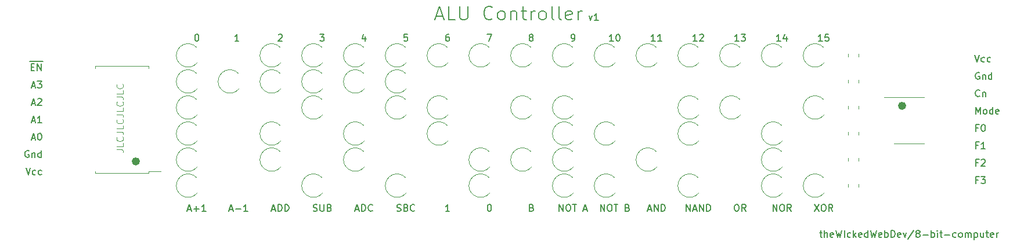
<source format=gbr>
%TF.GenerationSoftware,KiCad,Pcbnew,(5.1.10-1-10_14)*%
%TF.CreationDate,2021-12-11T09:21:19-05:00*%
%TF.ProjectId,control-unit,636f6e74-726f-46c2-9d75-6e69742e6b69,rev?*%
%TF.SameCoordinates,Original*%
%TF.FileFunction,Legend,Top*%
%TF.FilePolarity,Positive*%
%FSLAX46Y46*%
G04 Gerber Fmt 4.6, Leading zero omitted, Abs format (unit mm)*
G04 Created by KiCad (PCBNEW (5.1.10-1-10_14)) date 2021-12-11 09:21:19*
%MOMM*%
%LPD*%
G01*
G04 APERTURE LIST*
%ADD10C,0.100000*%
%ADD11C,0.150000*%
%ADD12C,0.700000*%
%ADD13C,0.120000*%
G04 APERTURE END LIST*
D10*
X143978380Y-122729047D02*
X144692666Y-122729047D01*
X144835523Y-122776666D01*
X144930761Y-122871904D01*
X144978380Y-123014761D01*
X144978380Y-123110000D01*
X144978380Y-121776666D02*
X144978380Y-122252857D01*
X143978380Y-122252857D01*
X144883142Y-120871904D02*
X144930761Y-120919523D01*
X144978380Y-121062380D01*
X144978380Y-121157619D01*
X144930761Y-121300476D01*
X144835523Y-121395714D01*
X144740285Y-121443333D01*
X144549809Y-121490952D01*
X144406952Y-121490952D01*
X144216476Y-121443333D01*
X144121238Y-121395714D01*
X144026000Y-121300476D01*
X143978380Y-121157619D01*
X143978380Y-121062380D01*
X144026000Y-120919523D01*
X144073619Y-120871904D01*
X143978380Y-120157619D02*
X144692666Y-120157619D01*
X144835523Y-120205238D01*
X144930761Y-120300476D01*
X144978380Y-120443333D01*
X144978380Y-120538571D01*
X144978380Y-119205238D02*
X144978380Y-119681428D01*
X143978380Y-119681428D01*
X144883142Y-118300476D02*
X144930761Y-118348095D01*
X144978380Y-118490952D01*
X144978380Y-118586190D01*
X144930761Y-118729047D01*
X144835523Y-118824285D01*
X144740285Y-118871904D01*
X144549809Y-118919523D01*
X144406952Y-118919523D01*
X144216476Y-118871904D01*
X144121238Y-118824285D01*
X144026000Y-118729047D01*
X143978380Y-118586190D01*
X143978380Y-118490952D01*
X144026000Y-118348095D01*
X144073619Y-118300476D01*
X143978380Y-117586190D02*
X144692666Y-117586190D01*
X144835523Y-117633809D01*
X144930761Y-117729047D01*
X144978380Y-117871904D01*
X144978380Y-117967142D01*
X144978380Y-116633809D02*
X144978380Y-117110000D01*
X143978380Y-117110000D01*
X144883142Y-115729047D02*
X144930761Y-115776666D01*
X144978380Y-115919523D01*
X144978380Y-116014761D01*
X144930761Y-116157619D01*
X144835523Y-116252857D01*
X144740285Y-116300476D01*
X144549809Y-116348095D01*
X144406952Y-116348095D01*
X144216476Y-116300476D01*
X144121238Y-116252857D01*
X144026000Y-116157619D01*
X143978380Y-116014761D01*
X143978380Y-115919523D01*
X144026000Y-115776666D01*
X144073619Y-115729047D01*
X143978380Y-115014761D02*
X144692666Y-115014761D01*
X144835523Y-115062380D01*
X144930761Y-115157619D01*
X144978380Y-115300476D01*
X144978380Y-115395714D01*
X144978380Y-114062380D02*
X144978380Y-114538571D01*
X143978380Y-114538571D01*
X144883142Y-113157619D02*
X144930761Y-113205238D01*
X144978380Y-113348095D01*
X144978380Y-113443333D01*
X144930761Y-113586190D01*
X144835523Y-113681428D01*
X144740285Y-113729047D01*
X144549809Y-113776666D01*
X144406952Y-113776666D01*
X144216476Y-113729047D01*
X144121238Y-113681428D01*
X144026000Y-113586190D01*
X143978380Y-113443333D01*
X143978380Y-113348095D01*
X144026000Y-113205238D01*
X144073619Y-113157619D01*
D11*
X246540380Y-134913714D02*
X246921333Y-134913714D01*
X246683238Y-134580380D02*
X246683238Y-135437523D01*
X246730857Y-135532761D01*
X246826095Y-135580380D01*
X246921333Y-135580380D01*
X247254666Y-135580380D02*
X247254666Y-134580380D01*
X247683238Y-135580380D02*
X247683238Y-135056571D01*
X247635619Y-134961333D01*
X247540380Y-134913714D01*
X247397523Y-134913714D01*
X247302285Y-134961333D01*
X247254666Y-135008952D01*
X248540380Y-135532761D02*
X248445142Y-135580380D01*
X248254666Y-135580380D01*
X248159428Y-135532761D01*
X248111809Y-135437523D01*
X248111809Y-135056571D01*
X248159428Y-134961333D01*
X248254666Y-134913714D01*
X248445142Y-134913714D01*
X248540380Y-134961333D01*
X248588000Y-135056571D01*
X248588000Y-135151809D01*
X248111809Y-135247047D01*
X248921333Y-134580380D02*
X249159428Y-135580380D01*
X249349904Y-134866095D01*
X249540380Y-135580380D01*
X249778476Y-134580380D01*
X250159428Y-135580380D02*
X250159428Y-134580380D01*
X251064190Y-135532761D02*
X250968952Y-135580380D01*
X250778476Y-135580380D01*
X250683238Y-135532761D01*
X250635619Y-135485142D01*
X250588000Y-135389904D01*
X250588000Y-135104190D01*
X250635619Y-135008952D01*
X250683238Y-134961333D01*
X250778476Y-134913714D01*
X250968952Y-134913714D01*
X251064190Y-134961333D01*
X251492761Y-135580380D02*
X251492761Y-134580380D01*
X251588000Y-135199428D02*
X251873714Y-135580380D01*
X251873714Y-134913714D02*
X251492761Y-135294666D01*
X252683238Y-135532761D02*
X252588000Y-135580380D01*
X252397523Y-135580380D01*
X252302285Y-135532761D01*
X252254666Y-135437523D01*
X252254666Y-135056571D01*
X252302285Y-134961333D01*
X252397523Y-134913714D01*
X252588000Y-134913714D01*
X252683238Y-134961333D01*
X252730857Y-135056571D01*
X252730857Y-135151809D01*
X252254666Y-135247047D01*
X253588000Y-135580380D02*
X253588000Y-134580380D01*
X253588000Y-135532761D02*
X253492761Y-135580380D01*
X253302285Y-135580380D01*
X253207047Y-135532761D01*
X253159428Y-135485142D01*
X253111809Y-135389904D01*
X253111809Y-135104190D01*
X253159428Y-135008952D01*
X253207047Y-134961333D01*
X253302285Y-134913714D01*
X253492761Y-134913714D01*
X253588000Y-134961333D01*
X253968952Y-134580380D02*
X254207047Y-135580380D01*
X254397523Y-134866095D01*
X254588000Y-135580380D01*
X254826095Y-134580380D01*
X255588000Y-135532761D02*
X255492761Y-135580380D01*
X255302285Y-135580380D01*
X255207047Y-135532761D01*
X255159428Y-135437523D01*
X255159428Y-135056571D01*
X255207047Y-134961333D01*
X255302285Y-134913714D01*
X255492761Y-134913714D01*
X255588000Y-134961333D01*
X255635619Y-135056571D01*
X255635619Y-135151809D01*
X255159428Y-135247047D01*
X256064190Y-135580380D02*
X256064190Y-134580380D01*
X256064190Y-134961333D02*
X256159428Y-134913714D01*
X256349904Y-134913714D01*
X256445142Y-134961333D01*
X256492761Y-135008952D01*
X256540380Y-135104190D01*
X256540380Y-135389904D01*
X256492761Y-135485142D01*
X256445142Y-135532761D01*
X256349904Y-135580380D01*
X256159428Y-135580380D01*
X256064190Y-135532761D01*
X256968952Y-135580380D02*
X256968952Y-134580380D01*
X257207047Y-134580380D01*
X257349904Y-134628000D01*
X257445142Y-134723238D01*
X257492761Y-134818476D01*
X257540380Y-135008952D01*
X257540380Y-135151809D01*
X257492761Y-135342285D01*
X257445142Y-135437523D01*
X257349904Y-135532761D01*
X257207047Y-135580380D01*
X256968952Y-135580380D01*
X258349904Y-135532761D02*
X258254666Y-135580380D01*
X258064190Y-135580380D01*
X257968952Y-135532761D01*
X257921333Y-135437523D01*
X257921333Y-135056571D01*
X257968952Y-134961333D01*
X258064190Y-134913714D01*
X258254666Y-134913714D01*
X258349904Y-134961333D01*
X258397523Y-135056571D01*
X258397523Y-135151809D01*
X257921333Y-135247047D01*
X258730857Y-134913714D02*
X258968952Y-135580380D01*
X259207047Y-134913714D01*
X260302285Y-134532761D02*
X259445142Y-135818476D01*
X260778476Y-135008952D02*
X260683238Y-134961333D01*
X260635619Y-134913714D01*
X260588000Y-134818476D01*
X260588000Y-134770857D01*
X260635619Y-134675619D01*
X260683238Y-134628000D01*
X260778476Y-134580380D01*
X260968952Y-134580380D01*
X261064190Y-134628000D01*
X261111809Y-134675619D01*
X261159428Y-134770857D01*
X261159428Y-134818476D01*
X261111809Y-134913714D01*
X261064190Y-134961333D01*
X260968952Y-135008952D01*
X260778476Y-135008952D01*
X260683238Y-135056571D01*
X260635619Y-135104190D01*
X260588000Y-135199428D01*
X260588000Y-135389904D01*
X260635619Y-135485142D01*
X260683238Y-135532761D01*
X260778476Y-135580380D01*
X260968952Y-135580380D01*
X261064190Y-135532761D01*
X261111809Y-135485142D01*
X261159428Y-135389904D01*
X261159428Y-135199428D01*
X261111809Y-135104190D01*
X261064190Y-135056571D01*
X260968952Y-135008952D01*
X261588000Y-135199428D02*
X262349904Y-135199428D01*
X262826095Y-135580380D02*
X262826095Y-134580380D01*
X262826095Y-134961333D02*
X262921333Y-134913714D01*
X263111809Y-134913714D01*
X263207047Y-134961333D01*
X263254666Y-135008952D01*
X263302285Y-135104190D01*
X263302285Y-135389904D01*
X263254666Y-135485142D01*
X263207047Y-135532761D01*
X263111809Y-135580380D01*
X262921333Y-135580380D01*
X262826095Y-135532761D01*
X263730857Y-135580380D02*
X263730857Y-134913714D01*
X263730857Y-134580380D02*
X263683238Y-134628000D01*
X263730857Y-134675619D01*
X263778476Y-134628000D01*
X263730857Y-134580380D01*
X263730857Y-134675619D01*
X264064190Y-134913714D02*
X264445142Y-134913714D01*
X264207047Y-134580380D02*
X264207047Y-135437523D01*
X264254666Y-135532761D01*
X264349904Y-135580380D01*
X264445142Y-135580380D01*
X264778476Y-135199428D02*
X265540380Y-135199428D01*
X266445142Y-135532761D02*
X266349904Y-135580380D01*
X266159428Y-135580380D01*
X266064190Y-135532761D01*
X266016571Y-135485142D01*
X265968952Y-135389904D01*
X265968952Y-135104190D01*
X266016571Y-135008952D01*
X266064190Y-134961333D01*
X266159428Y-134913714D01*
X266349904Y-134913714D01*
X266445142Y-134961333D01*
X267016571Y-135580380D02*
X266921333Y-135532761D01*
X266873714Y-135485142D01*
X266826095Y-135389904D01*
X266826095Y-135104190D01*
X266873714Y-135008952D01*
X266921333Y-134961333D01*
X267016571Y-134913714D01*
X267159428Y-134913714D01*
X267254666Y-134961333D01*
X267302285Y-135008952D01*
X267349904Y-135104190D01*
X267349904Y-135389904D01*
X267302285Y-135485142D01*
X267254666Y-135532761D01*
X267159428Y-135580380D01*
X267016571Y-135580380D01*
X267778476Y-135580380D02*
X267778476Y-134913714D01*
X267778476Y-135008952D02*
X267826095Y-134961333D01*
X267921333Y-134913714D01*
X268064190Y-134913714D01*
X268159428Y-134961333D01*
X268207047Y-135056571D01*
X268207047Y-135580380D01*
X268207047Y-135056571D02*
X268254666Y-134961333D01*
X268349904Y-134913714D01*
X268492761Y-134913714D01*
X268588000Y-134961333D01*
X268635619Y-135056571D01*
X268635619Y-135580380D01*
X269111809Y-134913714D02*
X269111809Y-135913714D01*
X269111809Y-134961333D02*
X269207047Y-134913714D01*
X269397523Y-134913714D01*
X269492761Y-134961333D01*
X269540380Y-135008952D01*
X269588000Y-135104190D01*
X269588000Y-135389904D01*
X269540380Y-135485142D01*
X269492761Y-135532761D01*
X269397523Y-135580380D01*
X269207047Y-135580380D01*
X269111809Y-135532761D01*
X270445142Y-134913714D02*
X270445142Y-135580380D01*
X270016571Y-134913714D02*
X270016571Y-135437523D01*
X270064190Y-135532761D01*
X270159428Y-135580380D01*
X270302285Y-135580380D01*
X270397523Y-135532761D01*
X270445142Y-135485142D01*
X270778476Y-134913714D02*
X271159428Y-134913714D01*
X270921333Y-134580380D02*
X270921333Y-135437523D01*
X270968952Y-135532761D01*
X271064190Y-135580380D01*
X271159428Y-135580380D01*
X271873714Y-135532761D02*
X271778476Y-135580380D01*
X271588000Y-135580380D01*
X271492761Y-135532761D01*
X271445142Y-135437523D01*
X271445142Y-135056571D01*
X271492761Y-134961333D01*
X271588000Y-134913714D01*
X271778476Y-134913714D01*
X271873714Y-134961333D01*
X271921333Y-135056571D01*
X271921333Y-135151809D01*
X271445142Y-135247047D01*
X272349904Y-135580380D02*
X272349904Y-134913714D01*
X272349904Y-135104190D02*
X272397523Y-135008952D01*
X272445142Y-134961333D01*
X272540380Y-134913714D01*
X272635619Y-134913714D01*
X212899714Y-103163714D02*
X213137809Y-103830380D01*
X213375904Y-103163714D01*
X214280666Y-103830380D02*
X213709238Y-103830380D01*
X213994952Y-103830380D02*
X213994952Y-102830380D01*
X213899714Y-102973238D01*
X213804476Y-103068476D01*
X213709238Y-103116095D01*
X246951523Y-106878380D02*
X246380095Y-106878380D01*
X246665809Y-106878380D02*
X246665809Y-105878380D01*
X246570571Y-106021238D01*
X246475333Y-106116476D01*
X246380095Y-106164095D01*
X247856285Y-105878380D02*
X247380095Y-105878380D01*
X247332476Y-106354571D01*
X247380095Y-106306952D01*
X247475333Y-106259333D01*
X247713428Y-106259333D01*
X247808666Y-106306952D01*
X247856285Y-106354571D01*
X247903904Y-106449809D01*
X247903904Y-106687904D01*
X247856285Y-106783142D01*
X247808666Y-106830761D01*
X247713428Y-106878380D01*
X247475333Y-106878380D01*
X247380095Y-106830761D01*
X247332476Y-106783142D01*
X240855523Y-106878380D02*
X240284095Y-106878380D01*
X240569809Y-106878380D02*
X240569809Y-105878380D01*
X240474571Y-106021238D01*
X240379333Y-106116476D01*
X240284095Y-106164095D01*
X241712666Y-106211714D02*
X241712666Y-106878380D01*
X241474571Y-105830761D02*
X241236476Y-106545047D01*
X241855523Y-106545047D01*
X234759523Y-106878380D02*
X234188095Y-106878380D01*
X234473809Y-106878380D02*
X234473809Y-105878380D01*
X234378571Y-106021238D01*
X234283333Y-106116476D01*
X234188095Y-106164095D01*
X235092857Y-105878380D02*
X235711904Y-105878380D01*
X235378571Y-106259333D01*
X235521428Y-106259333D01*
X235616666Y-106306952D01*
X235664285Y-106354571D01*
X235711904Y-106449809D01*
X235711904Y-106687904D01*
X235664285Y-106783142D01*
X235616666Y-106830761D01*
X235521428Y-106878380D01*
X235235714Y-106878380D01*
X235140476Y-106830761D01*
X235092857Y-106783142D01*
X228663523Y-106878380D02*
X228092095Y-106878380D01*
X228377809Y-106878380D02*
X228377809Y-105878380D01*
X228282571Y-106021238D01*
X228187333Y-106116476D01*
X228092095Y-106164095D01*
X229044476Y-105973619D02*
X229092095Y-105926000D01*
X229187333Y-105878380D01*
X229425428Y-105878380D01*
X229520666Y-105926000D01*
X229568285Y-105973619D01*
X229615904Y-106068857D01*
X229615904Y-106164095D01*
X229568285Y-106306952D01*
X228996857Y-106878380D01*
X229615904Y-106878380D01*
X222567523Y-106878380D02*
X221996095Y-106878380D01*
X222281809Y-106878380D02*
X222281809Y-105878380D01*
X222186571Y-106021238D01*
X222091333Y-106116476D01*
X221996095Y-106164095D01*
X223519904Y-106878380D02*
X222948476Y-106878380D01*
X223234190Y-106878380D02*
X223234190Y-105878380D01*
X223138952Y-106021238D01*
X223043714Y-106116476D01*
X222948476Y-106164095D01*
X216471523Y-106878380D02*
X215900095Y-106878380D01*
X216185809Y-106878380D02*
X216185809Y-105878380D01*
X216090571Y-106021238D01*
X215995333Y-106116476D01*
X215900095Y-106164095D01*
X217090571Y-105878380D02*
X217185809Y-105878380D01*
X217281047Y-105926000D01*
X217328666Y-105973619D01*
X217376285Y-106068857D01*
X217423904Y-106259333D01*
X217423904Y-106497428D01*
X217376285Y-106687904D01*
X217328666Y-106783142D01*
X217281047Y-106830761D01*
X217185809Y-106878380D01*
X217090571Y-106878380D01*
X216995333Y-106830761D01*
X216947714Y-106783142D01*
X216900095Y-106687904D01*
X216852476Y-106497428D01*
X216852476Y-106259333D01*
X216900095Y-106068857D01*
X216947714Y-105973619D01*
X216995333Y-105926000D01*
X217090571Y-105878380D01*
X210375523Y-106878380D02*
X210566000Y-106878380D01*
X210661238Y-106830761D01*
X210708857Y-106783142D01*
X210804095Y-106640285D01*
X210851714Y-106449809D01*
X210851714Y-106068857D01*
X210804095Y-105973619D01*
X210756476Y-105926000D01*
X210661238Y-105878380D01*
X210470761Y-105878380D01*
X210375523Y-105926000D01*
X210327904Y-105973619D01*
X210280285Y-106068857D01*
X210280285Y-106306952D01*
X210327904Y-106402190D01*
X210375523Y-106449809D01*
X210470761Y-106497428D01*
X210661238Y-106497428D01*
X210756476Y-106449809D01*
X210804095Y-106402190D01*
X210851714Y-106306952D01*
X204374761Y-106306952D02*
X204279523Y-106259333D01*
X204231904Y-106211714D01*
X204184285Y-106116476D01*
X204184285Y-106068857D01*
X204231904Y-105973619D01*
X204279523Y-105926000D01*
X204374761Y-105878380D01*
X204565238Y-105878380D01*
X204660476Y-105926000D01*
X204708095Y-105973619D01*
X204755714Y-106068857D01*
X204755714Y-106116476D01*
X204708095Y-106211714D01*
X204660476Y-106259333D01*
X204565238Y-106306952D01*
X204374761Y-106306952D01*
X204279523Y-106354571D01*
X204231904Y-106402190D01*
X204184285Y-106497428D01*
X204184285Y-106687904D01*
X204231904Y-106783142D01*
X204279523Y-106830761D01*
X204374761Y-106878380D01*
X204565238Y-106878380D01*
X204660476Y-106830761D01*
X204708095Y-106783142D01*
X204755714Y-106687904D01*
X204755714Y-106497428D01*
X204708095Y-106402190D01*
X204660476Y-106354571D01*
X204565238Y-106306952D01*
X198040666Y-105878380D02*
X198707333Y-105878380D01*
X198278761Y-106878380D01*
X192468476Y-105878380D02*
X192278000Y-105878380D01*
X192182761Y-105926000D01*
X192135142Y-105973619D01*
X192039904Y-106116476D01*
X191992285Y-106306952D01*
X191992285Y-106687904D01*
X192039904Y-106783142D01*
X192087523Y-106830761D01*
X192182761Y-106878380D01*
X192373238Y-106878380D01*
X192468476Y-106830761D01*
X192516095Y-106783142D01*
X192563714Y-106687904D01*
X192563714Y-106449809D01*
X192516095Y-106354571D01*
X192468476Y-106306952D01*
X192373238Y-106259333D01*
X192182761Y-106259333D01*
X192087523Y-106306952D01*
X192039904Y-106354571D01*
X191992285Y-106449809D01*
X186420095Y-105878380D02*
X185943904Y-105878380D01*
X185896285Y-106354571D01*
X185943904Y-106306952D01*
X186039142Y-106259333D01*
X186277238Y-106259333D01*
X186372476Y-106306952D01*
X186420095Y-106354571D01*
X186467714Y-106449809D01*
X186467714Y-106687904D01*
X186420095Y-106783142D01*
X186372476Y-106830761D01*
X186277238Y-106878380D01*
X186039142Y-106878380D01*
X185943904Y-106830761D01*
X185896285Y-106783142D01*
X180276476Y-106211714D02*
X180276476Y-106878380D01*
X180038380Y-105830761D02*
X179800285Y-106545047D01*
X180419333Y-106545047D01*
X173656666Y-105878380D02*
X174275714Y-105878380D01*
X173942380Y-106259333D01*
X174085238Y-106259333D01*
X174180476Y-106306952D01*
X174228095Y-106354571D01*
X174275714Y-106449809D01*
X174275714Y-106687904D01*
X174228095Y-106783142D01*
X174180476Y-106830761D01*
X174085238Y-106878380D01*
X173799523Y-106878380D01*
X173704285Y-106830761D01*
X173656666Y-106783142D01*
X167608285Y-105973619D02*
X167655904Y-105926000D01*
X167751142Y-105878380D01*
X167989238Y-105878380D01*
X168084476Y-105926000D01*
X168132095Y-105973619D01*
X168179714Y-106068857D01*
X168179714Y-106164095D01*
X168132095Y-106306952D01*
X167560666Y-106878380D01*
X168179714Y-106878380D01*
X161829714Y-106878380D02*
X161258285Y-106878380D01*
X161544000Y-106878380D02*
X161544000Y-105878380D01*
X161448761Y-106021238D01*
X161353523Y-106116476D01*
X161258285Y-106164095D01*
X155654380Y-105878380D02*
X155749619Y-105878380D01*
X155844857Y-105926000D01*
X155892476Y-105973619D01*
X155940095Y-106068857D01*
X155987714Y-106259333D01*
X155987714Y-106497428D01*
X155940095Y-106687904D01*
X155892476Y-106783142D01*
X155844857Y-106830761D01*
X155749619Y-106878380D01*
X155654380Y-106878380D01*
X155559142Y-106830761D01*
X155511523Y-106783142D01*
X155463904Y-106687904D01*
X155416285Y-106497428D01*
X155416285Y-106259333D01*
X155463904Y-106068857D01*
X155511523Y-105973619D01*
X155559142Y-105926000D01*
X155654380Y-105878380D01*
X245784857Y-130770380D02*
X246451523Y-131770380D01*
X246451523Y-130770380D02*
X245784857Y-131770380D01*
X247022952Y-130770380D02*
X247213428Y-130770380D01*
X247308666Y-130818000D01*
X247403904Y-130913238D01*
X247451523Y-131103714D01*
X247451523Y-131437047D01*
X247403904Y-131627523D01*
X247308666Y-131722761D01*
X247213428Y-131770380D01*
X247022952Y-131770380D01*
X246927714Y-131722761D01*
X246832476Y-131627523D01*
X246784857Y-131437047D01*
X246784857Y-131103714D01*
X246832476Y-130913238D01*
X246927714Y-130818000D01*
X247022952Y-130770380D01*
X248451523Y-131770380D02*
X248118190Y-131294190D01*
X247880095Y-131770380D02*
X247880095Y-130770380D01*
X248261047Y-130770380D01*
X248356285Y-130818000D01*
X248403904Y-130865619D01*
X248451523Y-130960857D01*
X248451523Y-131103714D01*
X248403904Y-131198952D01*
X248356285Y-131246571D01*
X248261047Y-131294190D01*
X247880095Y-131294190D01*
X239736476Y-131770380D02*
X239736476Y-130770380D01*
X240307904Y-131770380D01*
X240307904Y-130770380D01*
X240974571Y-130770380D02*
X241165047Y-130770380D01*
X241260285Y-130818000D01*
X241355523Y-130913238D01*
X241403142Y-131103714D01*
X241403142Y-131437047D01*
X241355523Y-131627523D01*
X241260285Y-131722761D01*
X241165047Y-131770380D01*
X240974571Y-131770380D01*
X240879333Y-131722761D01*
X240784095Y-131627523D01*
X240736476Y-131437047D01*
X240736476Y-131103714D01*
X240784095Y-130913238D01*
X240879333Y-130818000D01*
X240974571Y-130770380D01*
X242403142Y-131770380D02*
X242069809Y-131294190D01*
X241831714Y-131770380D02*
X241831714Y-130770380D01*
X242212666Y-130770380D01*
X242307904Y-130818000D01*
X242355523Y-130865619D01*
X242403142Y-130960857D01*
X242403142Y-131103714D01*
X242355523Y-131198952D01*
X242307904Y-131246571D01*
X242212666Y-131294190D01*
X241831714Y-131294190D01*
X234354761Y-130770380D02*
X234545238Y-130770380D01*
X234640476Y-130818000D01*
X234735714Y-130913238D01*
X234783333Y-131103714D01*
X234783333Y-131437047D01*
X234735714Y-131627523D01*
X234640476Y-131722761D01*
X234545238Y-131770380D01*
X234354761Y-131770380D01*
X234259523Y-131722761D01*
X234164285Y-131627523D01*
X234116666Y-131437047D01*
X234116666Y-131103714D01*
X234164285Y-130913238D01*
X234259523Y-130818000D01*
X234354761Y-130770380D01*
X235783333Y-131770380D02*
X235450000Y-131294190D01*
X235211904Y-131770380D02*
X235211904Y-130770380D01*
X235592857Y-130770380D01*
X235688095Y-130818000D01*
X235735714Y-130865619D01*
X235783333Y-130960857D01*
X235783333Y-131103714D01*
X235735714Y-131198952D01*
X235688095Y-131246571D01*
X235592857Y-131294190D01*
X235211904Y-131294190D01*
X227115904Y-131770380D02*
X227115904Y-130770380D01*
X227687333Y-131770380D01*
X227687333Y-130770380D01*
X228115904Y-131484666D02*
X228592095Y-131484666D01*
X228020666Y-131770380D02*
X228354000Y-130770380D01*
X228687333Y-131770380D01*
X229020666Y-131770380D02*
X229020666Y-130770380D01*
X229592095Y-131770380D01*
X229592095Y-130770380D01*
X230068285Y-131770380D02*
X230068285Y-130770380D01*
X230306380Y-130770380D01*
X230449238Y-130818000D01*
X230544476Y-130913238D01*
X230592095Y-131008476D01*
X230639714Y-131198952D01*
X230639714Y-131341809D01*
X230592095Y-131532285D01*
X230544476Y-131627523D01*
X230449238Y-131722761D01*
X230306380Y-131770380D01*
X230068285Y-131770380D01*
X221496095Y-131484666D02*
X221972285Y-131484666D01*
X221400857Y-131770380D02*
X221734190Y-130770380D01*
X222067523Y-131770380D01*
X222400857Y-131770380D02*
X222400857Y-130770380D01*
X222972285Y-131770380D01*
X222972285Y-130770380D01*
X223448476Y-131770380D02*
X223448476Y-130770380D01*
X223686571Y-130770380D01*
X223829428Y-130818000D01*
X223924666Y-130913238D01*
X223972285Y-131008476D01*
X224019904Y-131198952D01*
X224019904Y-131341809D01*
X223972285Y-131532285D01*
X223924666Y-131627523D01*
X223829428Y-131722761D01*
X223686571Y-131770380D01*
X223448476Y-131770380D01*
X214590571Y-131770380D02*
X214590571Y-130770380D01*
X215162000Y-131770380D01*
X215162000Y-130770380D01*
X215828666Y-130770380D02*
X216019142Y-130770380D01*
X216114380Y-130818000D01*
X216209619Y-130913238D01*
X216257238Y-131103714D01*
X216257238Y-131437047D01*
X216209619Y-131627523D01*
X216114380Y-131722761D01*
X216019142Y-131770380D01*
X215828666Y-131770380D01*
X215733428Y-131722761D01*
X215638190Y-131627523D01*
X215590571Y-131437047D01*
X215590571Y-131103714D01*
X215638190Y-130913238D01*
X215733428Y-130818000D01*
X215828666Y-130770380D01*
X216542952Y-130770380D02*
X217114380Y-130770380D01*
X216828666Y-131770380D02*
X216828666Y-130770380D01*
X218542952Y-131246571D02*
X218685809Y-131294190D01*
X218733428Y-131341809D01*
X218781047Y-131437047D01*
X218781047Y-131579904D01*
X218733428Y-131675142D01*
X218685809Y-131722761D01*
X218590571Y-131770380D01*
X218209619Y-131770380D01*
X218209619Y-130770380D01*
X218542952Y-130770380D01*
X218638190Y-130818000D01*
X218685809Y-130865619D01*
X218733428Y-130960857D01*
X218733428Y-131056095D01*
X218685809Y-131151333D01*
X218638190Y-131198952D01*
X218542952Y-131246571D01*
X218209619Y-131246571D01*
X208566000Y-131770380D02*
X208566000Y-130770380D01*
X209137428Y-131770380D01*
X209137428Y-130770380D01*
X209804095Y-130770380D02*
X209994571Y-130770380D01*
X210089809Y-130818000D01*
X210185047Y-130913238D01*
X210232666Y-131103714D01*
X210232666Y-131437047D01*
X210185047Y-131627523D01*
X210089809Y-131722761D01*
X209994571Y-131770380D01*
X209804095Y-131770380D01*
X209708857Y-131722761D01*
X209613619Y-131627523D01*
X209566000Y-131437047D01*
X209566000Y-131103714D01*
X209613619Y-130913238D01*
X209708857Y-130818000D01*
X209804095Y-130770380D01*
X210518380Y-130770380D02*
X211089809Y-130770380D01*
X210804095Y-131770380D02*
X210804095Y-130770380D01*
X212137428Y-131484666D02*
X212613619Y-131484666D01*
X212042190Y-131770380D02*
X212375523Y-130770380D01*
X212708857Y-131770380D01*
X204541428Y-131246571D02*
X204684285Y-131294190D01*
X204731904Y-131341809D01*
X204779523Y-131437047D01*
X204779523Y-131579904D01*
X204731904Y-131675142D01*
X204684285Y-131722761D01*
X204589047Y-131770380D01*
X204208095Y-131770380D01*
X204208095Y-130770380D01*
X204541428Y-130770380D01*
X204636666Y-130818000D01*
X204684285Y-130865619D01*
X204731904Y-130960857D01*
X204731904Y-131056095D01*
X204684285Y-131151333D01*
X204636666Y-131198952D01*
X204541428Y-131246571D01*
X204208095Y-131246571D01*
X198326380Y-130770380D02*
X198421619Y-130770380D01*
X198516857Y-130818000D01*
X198564476Y-130865619D01*
X198612095Y-130960857D01*
X198659714Y-131151333D01*
X198659714Y-131389428D01*
X198612095Y-131579904D01*
X198564476Y-131675142D01*
X198516857Y-131722761D01*
X198421619Y-131770380D01*
X198326380Y-131770380D01*
X198231142Y-131722761D01*
X198183523Y-131675142D01*
X198135904Y-131579904D01*
X198088285Y-131389428D01*
X198088285Y-131151333D01*
X198135904Y-130960857D01*
X198183523Y-130865619D01*
X198231142Y-130818000D01*
X198326380Y-130770380D01*
X192563714Y-131770380D02*
X191992285Y-131770380D01*
X192278000Y-131770380D02*
X192278000Y-130770380D01*
X192182761Y-130913238D01*
X192087523Y-131008476D01*
X191992285Y-131056095D01*
X184896285Y-131722761D02*
X185039142Y-131770380D01*
X185277238Y-131770380D01*
X185372476Y-131722761D01*
X185420095Y-131675142D01*
X185467714Y-131579904D01*
X185467714Y-131484666D01*
X185420095Y-131389428D01*
X185372476Y-131341809D01*
X185277238Y-131294190D01*
X185086761Y-131246571D01*
X184991523Y-131198952D01*
X184943904Y-131151333D01*
X184896285Y-131056095D01*
X184896285Y-130960857D01*
X184943904Y-130865619D01*
X184991523Y-130818000D01*
X185086761Y-130770380D01*
X185324857Y-130770380D01*
X185467714Y-130818000D01*
X186229619Y-131246571D02*
X186372476Y-131294190D01*
X186420095Y-131341809D01*
X186467714Y-131437047D01*
X186467714Y-131579904D01*
X186420095Y-131675142D01*
X186372476Y-131722761D01*
X186277238Y-131770380D01*
X185896285Y-131770380D01*
X185896285Y-130770380D01*
X186229619Y-130770380D01*
X186324857Y-130818000D01*
X186372476Y-130865619D01*
X186420095Y-130960857D01*
X186420095Y-131056095D01*
X186372476Y-131151333D01*
X186324857Y-131198952D01*
X186229619Y-131246571D01*
X185896285Y-131246571D01*
X187467714Y-131675142D02*
X187420095Y-131722761D01*
X187277238Y-131770380D01*
X187182000Y-131770380D01*
X187039142Y-131722761D01*
X186943904Y-131627523D01*
X186896285Y-131532285D01*
X186848666Y-131341809D01*
X186848666Y-131198952D01*
X186896285Y-131008476D01*
X186943904Y-130913238D01*
X187039142Y-130818000D01*
X187182000Y-130770380D01*
X187277238Y-130770380D01*
X187420095Y-130818000D01*
X187467714Y-130865619D01*
X178847904Y-131484666D02*
X179324095Y-131484666D01*
X178752666Y-131770380D02*
X179086000Y-130770380D01*
X179419333Y-131770380D01*
X179752666Y-131770380D02*
X179752666Y-130770380D01*
X179990761Y-130770380D01*
X180133619Y-130818000D01*
X180228857Y-130913238D01*
X180276476Y-131008476D01*
X180324095Y-131198952D01*
X180324095Y-131341809D01*
X180276476Y-131532285D01*
X180228857Y-131627523D01*
X180133619Y-131722761D01*
X179990761Y-131770380D01*
X179752666Y-131770380D01*
X181324095Y-131675142D02*
X181276476Y-131722761D01*
X181133619Y-131770380D01*
X181038380Y-131770380D01*
X180895523Y-131722761D01*
X180800285Y-131627523D01*
X180752666Y-131532285D01*
X180705047Y-131341809D01*
X180705047Y-131198952D01*
X180752666Y-131008476D01*
X180800285Y-130913238D01*
X180895523Y-130818000D01*
X181038380Y-130770380D01*
X181133619Y-130770380D01*
X181276476Y-130818000D01*
X181324095Y-130865619D01*
X172680476Y-131722761D02*
X172823333Y-131770380D01*
X173061428Y-131770380D01*
X173156666Y-131722761D01*
X173204285Y-131675142D01*
X173251904Y-131579904D01*
X173251904Y-131484666D01*
X173204285Y-131389428D01*
X173156666Y-131341809D01*
X173061428Y-131294190D01*
X172870952Y-131246571D01*
X172775714Y-131198952D01*
X172728095Y-131151333D01*
X172680476Y-131056095D01*
X172680476Y-130960857D01*
X172728095Y-130865619D01*
X172775714Y-130818000D01*
X172870952Y-130770380D01*
X173109047Y-130770380D01*
X173251904Y-130818000D01*
X173680476Y-130770380D02*
X173680476Y-131579904D01*
X173728095Y-131675142D01*
X173775714Y-131722761D01*
X173870952Y-131770380D01*
X174061428Y-131770380D01*
X174156666Y-131722761D01*
X174204285Y-131675142D01*
X174251904Y-131579904D01*
X174251904Y-130770380D01*
X175061428Y-131246571D02*
X175204285Y-131294190D01*
X175251904Y-131341809D01*
X175299523Y-131437047D01*
X175299523Y-131579904D01*
X175251904Y-131675142D01*
X175204285Y-131722761D01*
X175109047Y-131770380D01*
X174728095Y-131770380D01*
X174728095Y-130770380D01*
X175061428Y-130770380D01*
X175156666Y-130818000D01*
X175204285Y-130865619D01*
X175251904Y-130960857D01*
X175251904Y-131056095D01*
X175204285Y-131151333D01*
X175156666Y-131198952D01*
X175061428Y-131246571D01*
X174728095Y-131246571D01*
X166655904Y-131484666D02*
X167132095Y-131484666D01*
X166560666Y-131770380D02*
X166894000Y-130770380D01*
X167227333Y-131770380D01*
X167560666Y-131770380D02*
X167560666Y-130770380D01*
X167798761Y-130770380D01*
X167941619Y-130818000D01*
X168036857Y-130913238D01*
X168084476Y-131008476D01*
X168132095Y-131198952D01*
X168132095Y-131341809D01*
X168084476Y-131532285D01*
X168036857Y-131627523D01*
X167941619Y-131722761D01*
X167798761Y-131770380D01*
X167560666Y-131770380D01*
X168560666Y-131770380D02*
X168560666Y-130770380D01*
X168798761Y-130770380D01*
X168941619Y-130818000D01*
X169036857Y-130913238D01*
X169084476Y-131008476D01*
X169132095Y-131198952D01*
X169132095Y-131341809D01*
X169084476Y-131532285D01*
X169036857Y-131627523D01*
X168941619Y-131722761D01*
X168798761Y-131770380D01*
X168560666Y-131770380D01*
X160464666Y-131484666D02*
X160940857Y-131484666D01*
X160369428Y-131770380D02*
X160702761Y-130770380D01*
X161036095Y-131770380D01*
X161369428Y-131389428D02*
X162131333Y-131389428D01*
X163131333Y-131770380D02*
X162559904Y-131770380D01*
X162845619Y-131770380D02*
X162845619Y-130770380D01*
X162750380Y-130913238D01*
X162655142Y-131008476D01*
X162559904Y-131056095D01*
X154368666Y-131484666D02*
X154844857Y-131484666D01*
X154273428Y-131770380D02*
X154606761Y-130770380D01*
X154940095Y-131770380D01*
X155273428Y-131389428D02*
X156035333Y-131389428D01*
X155654380Y-131770380D02*
X155654380Y-131008476D01*
X157035333Y-131770380D02*
X156463904Y-131770380D01*
X156749619Y-131770380D02*
X156749619Y-130770380D01*
X156654380Y-130913238D01*
X156559142Y-131008476D01*
X156463904Y-131056095D01*
X190644190Y-103203333D02*
X191596571Y-103203333D01*
X190453714Y-103774761D02*
X191120380Y-101774761D01*
X191787047Y-103774761D01*
X193406095Y-103774761D02*
X192453714Y-103774761D01*
X192453714Y-101774761D01*
X194072761Y-101774761D02*
X194072761Y-103393809D01*
X194168000Y-103584285D01*
X194263238Y-103679523D01*
X194453714Y-103774761D01*
X194834666Y-103774761D01*
X195025142Y-103679523D01*
X195120380Y-103584285D01*
X195215619Y-103393809D01*
X195215619Y-101774761D01*
X198834666Y-103584285D02*
X198739428Y-103679523D01*
X198453714Y-103774761D01*
X198263238Y-103774761D01*
X197977523Y-103679523D01*
X197787047Y-103489047D01*
X197691809Y-103298571D01*
X197596571Y-102917619D01*
X197596571Y-102631904D01*
X197691809Y-102250952D01*
X197787047Y-102060476D01*
X197977523Y-101870000D01*
X198263238Y-101774761D01*
X198453714Y-101774761D01*
X198739428Y-101870000D01*
X198834666Y-101965238D01*
X199977523Y-103774761D02*
X199787047Y-103679523D01*
X199691809Y-103584285D01*
X199596571Y-103393809D01*
X199596571Y-102822380D01*
X199691809Y-102631904D01*
X199787047Y-102536666D01*
X199977523Y-102441428D01*
X200263238Y-102441428D01*
X200453714Y-102536666D01*
X200548952Y-102631904D01*
X200644190Y-102822380D01*
X200644190Y-103393809D01*
X200548952Y-103584285D01*
X200453714Y-103679523D01*
X200263238Y-103774761D01*
X199977523Y-103774761D01*
X201501333Y-102441428D02*
X201501333Y-103774761D01*
X201501333Y-102631904D02*
X201596571Y-102536666D01*
X201787047Y-102441428D01*
X202072761Y-102441428D01*
X202263238Y-102536666D01*
X202358476Y-102727142D01*
X202358476Y-103774761D01*
X203025142Y-102441428D02*
X203787047Y-102441428D01*
X203310857Y-101774761D02*
X203310857Y-103489047D01*
X203406095Y-103679523D01*
X203596571Y-103774761D01*
X203787047Y-103774761D01*
X204453714Y-103774761D02*
X204453714Y-102441428D01*
X204453714Y-102822380D02*
X204548952Y-102631904D01*
X204644190Y-102536666D01*
X204834666Y-102441428D01*
X205025142Y-102441428D01*
X205977523Y-103774761D02*
X205787047Y-103679523D01*
X205691809Y-103584285D01*
X205596571Y-103393809D01*
X205596571Y-102822380D01*
X205691809Y-102631904D01*
X205787047Y-102536666D01*
X205977523Y-102441428D01*
X206263238Y-102441428D01*
X206453714Y-102536666D01*
X206548952Y-102631904D01*
X206644190Y-102822380D01*
X206644190Y-103393809D01*
X206548952Y-103584285D01*
X206453714Y-103679523D01*
X206263238Y-103774761D01*
X205977523Y-103774761D01*
X207787047Y-103774761D02*
X207596571Y-103679523D01*
X207501333Y-103489047D01*
X207501333Y-101774761D01*
X208834666Y-103774761D02*
X208644190Y-103679523D01*
X208548952Y-103489047D01*
X208548952Y-101774761D01*
X210358476Y-103679523D02*
X210168000Y-103774761D01*
X209787047Y-103774761D01*
X209596571Y-103679523D01*
X209501333Y-103489047D01*
X209501333Y-102727142D01*
X209596571Y-102536666D01*
X209787047Y-102441428D01*
X210168000Y-102441428D01*
X210358476Y-102536666D01*
X210453714Y-102727142D01*
X210453714Y-102917619D01*
X209501333Y-103108095D01*
X211310857Y-103774761D02*
X211310857Y-102441428D01*
X211310857Y-102822380D02*
X211406095Y-102631904D01*
X211501333Y-102536666D01*
X211691809Y-102441428D01*
X211882285Y-102441428D01*
X131633452Y-121070666D02*
X132109642Y-121070666D01*
X131538214Y-121356380D02*
X131871547Y-120356380D01*
X132204880Y-121356380D01*
X132728690Y-120356380D02*
X132823928Y-120356380D01*
X132919166Y-120404000D01*
X132966785Y-120451619D01*
X133014404Y-120546857D01*
X133062023Y-120737333D01*
X133062023Y-120975428D01*
X133014404Y-121165904D01*
X132966785Y-121261142D01*
X132919166Y-121308761D01*
X132823928Y-121356380D01*
X132728690Y-121356380D01*
X132633452Y-121308761D01*
X132585833Y-121261142D01*
X132538214Y-121165904D01*
X132490595Y-120975428D01*
X132490595Y-120737333D01*
X132538214Y-120546857D01*
X132585833Y-120451619D01*
X132633452Y-120404000D01*
X132728690Y-120356380D01*
X269654928Y-124642571D02*
X269321595Y-124642571D01*
X269321595Y-125166380D02*
X269321595Y-124166380D01*
X269797785Y-124166380D01*
X270131119Y-124261619D02*
X270178738Y-124214000D01*
X270273976Y-124166380D01*
X270512071Y-124166380D01*
X270607309Y-124214000D01*
X270654928Y-124261619D01*
X270702547Y-124356857D01*
X270702547Y-124452095D01*
X270654928Y-124594952D01*
X270083500Y-125166380D01*
X270702547Y-125166380D01*
X269654928Y-122102571D02*
X269321595Y-122102571D01*
X269321595Y-122626380D02*
X269321595Y-121626380D01*
X269797785Y-121626380D01*
X270702547Y-122626380D02*
X270131119Y-122626380D01*
X270416833Y-122626380D02*
X270416833Y-121626380D01*
X270321595Y-121769238D01*
X270226357Y-121864476D01*
X270131119Y-121912095D01*
X269845404Y-111514000D02*
X269750166Y-111466380D01*
X269607309Y-111466380D01*
X269464452Y-111514000D01*
X269369214Y-111609238D01*
X269321595Y-111704476D01*
X269273976Y-111894952D01*
X269273976Y-112037809D01*
X269321595Y-112228285D01*
X269369214Y-112323523D01*
X269464452Y-112418761D01*
X269607309Y-112466380D01*
X269702547Y-112466380D01*
X269845404Y-112418761D01*
X269893023Y-112371142D01*
X269893023Y-112037809D01*
X269702547Y-112037809D01*
X270321595Y-111799714D02*
X270321595Y-112466380D01*
X270321595Y-111894952D02*
X270369214Y-111847333D01*
X270464452Y-111799714D01*
X270607309Y-111799714D01*
X270702547Y-111847333D01*
X270750166Y-111942571D01*
X270750166Y-112466380D01*
X271654928Y-112466380D02*
X271654928Y-111466380D01*
X271654928Y-112418761D02*
X271559690Y-112466380D01*
X271369214Y-112466380D01*
X271273976Y-112418761D01*
X271226357Y-112371142D01*
X271178738Y-112275904D01*
X271178738Y-111990190D01*
X271226357Y-111894952D01*
X271273976Y-111847333D01*
X271369214Y-111799714D01*
X271559690Y-111799714D01*
X271654928Y-111847333D01*
X269178738Y-108926380D02*
X269512071Y-109926380D01*
X269845404Y-108926380D01*
X270607309Y-109878761D02*
X270512071Y-109926380D01*
X270321595Y-109926380D01*
X270226357Y-109878761D01*
X270178738Y-109831142D01*
X270131119Y-109735904D01*
X270131119Y-109450190D01*
X270178738Y-109354952D01*
X270226357Y-109307333D01*
X270321595Y-109259714D01*
X270512071Y-109259714D01*
X270607309Y-109307333D01*
X271464452Y-109878761D02*
X271369214Y-109926380D01*
X271178738Y-109926380D01*
X271083500Y-109878761D01*
X271035880Y-109831142D01*
X270988261Y-109735904D01*
X270988261Y-109450190D01*
X271035880Y-109354952D01*
X271083500Y-109307333D01*
X271178738Y-109259714D01*
X271369214Y-109259714D01*
X271464452Y-109307333D01*
X131633452Y-118530666D02*
X132109642Y-118530666D01*
X131538214Y-118816380D02*
X131871547Y-117816380D01*
X132204880Y-118816380D01*
X133062023Y-118816380D02*
X132490595Y-118816380D01*
X132776309Y-118816380D02*
X132776309Y-117816380D01*
X132681071Y-117959238D01*
X132585833Y-118054476D01*
X132490595Y-118102095D01*
X269321595Y-117546380D02*
X269321595Y-116546380D01*
X269654928Y-117260666D01*
X269988261Y-116546380D01*
X269988261Y-117546380D01*
X270607309Y-117546380D02*
X270512071Y-117498761D01*
X270464452Y-117451142D01*
X270416833Y-117355904D01*
X270416833Y-117070190D01*
X270464452Y-116974952D01*
X270512071Y-116927333D01*
X270607309Y-116879714D01*
X270750166Y-116879714D01*
X270845404Y-116927333D01*
X270893023Y-116974952D01*
X270940642Y-117070190D01*
X270940642Y-117355904D01*
X270893023Y-117451142D01*
X270845404Y-117498761D01*
X270750166Y-117546380D01*
X270607309Y-117546380D01*
X271797785Y-117546380D02*
X271797785Y-116546380D01*
X271797785Y-117498761D02*
X271702547Y-117546380D01*
X271512071Y-117546380D01*
X271416833Y-117498761D01*
X271369214Y-117451142D01*
X271321595Y-117355904D01*
X271321595Y-117070190D01*
X271369214Y-116974952D01*
X271416833Y-116927333D01*
X271512071Y-116879714D01*
X271702547Y-116879714D01*
X271797785Y-116927333D01*
X272654928Y-117498761D02*
X272559690Y-117546380D01*
X272369214Y-117546380D01*
X272273976Y-117498761D01*
X272226357Y-117403523D01*
X272226357Y-117022571D01*
X272273976Y-116927333D01*
X272369214Y-116879714D01*
X272559690Y-116879714D01*
X272654928Y-116927333D01*
X272702547Y-117022571D01*
X272702547Y-117117809D01*
X272226357Y-117213047D01*
X131633452Y-113450666D02*
X132109642Y-113450666D01*
X131538214Y-113736380D02*
X131871547Y-112736380D01*
X132204880Y-113736380D01*
X132442976Y-112736380D02*
X133062023Y-112736380D01*
X132728690Y-113117333D01*
X132871547Y-113117333D01*
X132966785Y-113164952D01*
X133014404Y-113212571D01*
X133062023Y-113307809D01*
X133062023Y-113545904D01*
X133014404Y-113641142D01*
X132966785Y-113688761D01*
X132871547Y-113736380D01*
X132585833Y-113736380D01*
X132490595Y-113688761D01*
X132442976Y-113641142D01*
X130776309Y-125436380D02*
X131109642Y-126436380D01*
X131442976Y-125436380D01*
X132204880Y-126388761D02*
X132109642Y-126436380D01*
X131919166Y-126436380D01*
X131823928Y-126388761D01*
X131776309Y-126341142D01*
X131728690Y-126245904D01*
X131728690Y-125960190D01*
X131776309Y-125864952D01*
X131823928Y-125817333D01*
X131919166Y-125769714D01*
X132109642Y-125769714D01*
X132204880Y-125817333D01*
X133062023Y-126388761D02*
X132966785Y-126436380D01*
X132776309Y-126436380D01*
X132681071Y-126388761D01*
X132633452Y-126341142D01*
X132585833Y-126245904D01*
X132585833Y-125960190D01*
X132633452Y-125864952D01*
X132681071Y-125817333D01*
X132776309Y-125769714D01*
X132966785Y-125769714D01*
X133062023Y-125817333D01*
X131633452Y-115990666D02*
X132109642Y-115990666D01*
X131538214Y-116276380D02*
X131871547Y-115276380D01*
X132204880Y-116276380D01*
X132490595Y-115371619D02*
X132538214Y-115324000D01*
X132633452Y-115276380D01*
X132871547Y-115276380D01*
X132966785Y-115324000D01*
X133014404Y-115371619D01*
X133062023Y-115466857D01*
X133062023Y-115562095D01*
X133014404Y-115704952D01*
X132442976Y-116276380D01*
X133062023Y-116276380D01*
X131300119Y-109829000D02*
X132204880Y-109829000D01*
X131538214Y-110672571D02*
X131871547Y-110672571D01*
X132014404Y-111196380D02*
X131538214Y-111196380D01*
X131538214Y-110196380D01*
X132014404Y-110196380D01*
X132204880Y-109829000D02*
X133252500Y-109829000D01*
X132442976Y-111196380D02*
X132442976Y-110196380D01*
X133014404Y-111196380D01*
X133014404Y-110196380D01*
X131204880Y-122944000D02*
X131109642Y-122896380D01*
X130966785Y-122896380D01*
X130823928Y-122944000D01*
X130728690Y-123039238D01*
X130681071Y-123134476D01*
X130633452Y-123324952D01*
X130633452Y-123467809D01*
X130681071Y-123658285D01*
X130728690Y-123753523D01*
X130823928Y-123848761D01*
X130966785Y-123896380D01*
X131062023Y-123896380D01*
X131204880Y-123848761D01*
X131252500Y-123801142D01*
X131252500Y-123467809D01*
X131062023Y-123467809D01*
X131681071Y-123229714D02*
X131681071Y-123896380D01*
X131681071Y-123324952D02*
X131728690Y-123277333D01*
X131823928Y-123229714D01*
X131966785Y-123229714D01*
X132062023Y-123277333D01*
X132109642Y-123372571D01*
X132109642Y-123896380D01*
X133014404Y-123896380D02*
X133014404Y-122896380D01*
X133014404Y-123848761D02*
X132919166Y-123896380D01*
X132728690Y-123896380D01*
X132633452Y-123848761D01*
X132585833Y-123801142D01*
X132538214Y-123705904D01*
X132538214Y-123420190D01*
X132585833Y-123324952D01*
X132633452Y-123277333D01*
X132728690Y-123229714D01*
X132919166Y-123229714D01*
X133014404Y-123277333D01*
X269893023Y-114911142D02*
X269845404Y-114958761D01*
X269702547Y-115006380D01*
X269607309Y-115006380D01*
X269464452Y-114958761D01*
X269369214Y-114863523D01*
X269321595Y-114768285D01*
X269273976Y-114577809D01*
X269273976Y-114434952D01*
X269321595Y-114244476D01*
X269369214Y-114149238D01*
X269464452Y-114054000D01*
X269607309Y-114006380D01*
X269702547Y-114006380D01*
X269845404Y-114054000D01*
X269893023Y-114101619D01*
X270321595Y-114339714D02*
X270321595Y-115006380D01*
X270321595Y-114434952D02*
X270369214Y-114387333D01*
X270464452Y-114339714D01*
X270607309Y-114339714D01*
X270702547Y-114387333D01*
X270750166Y-114482571D01*
X270750166Y-115006380D01*
X269654928Y-127182571D02*
X269321595Y-127182571D01*
X269321595Y-127706380D02*
X269321595Y-126706380D01*
X269797785Y-126706380D01*
X270083500Y-126706380D02*
X270702547Y-126706380D01*
X270369214Y-127087333D01*
X270512071Y-127087333D01*
X270607309Y-127134952D01*
X270654928Y-127182571D01*
X270702547Y-127277809D01*
X270702547Y-127515904D01*
X270654928Y-127611142D01*
X270607309Y-127658761D01*
X270512071Y-127706380D01*
X270226357Y-127706380D01*
X270131119Y-127658761D01*
X270083500Y-127611142D01*
X269654928Y-119562571D02*
X269321595Y-119562571D01*
X269321595Y-120086380D02*
X269321595Y-119086380D01*
X269797785Y-119086380D01*
X270369214Y-119086380D02*
X270464452Y-119086380D01*
X270559690Y-119134000D01*
X270607309Y-119181619D01*
X270654928Y-119276857D01*
X270702547Y-119467333D01*
X270702547Y-119705428D01*
X270654928Y-119895904D01*
X270607309Y-119991142D01*
X270559690Y-120038761D01*
X270464452Y-120086380D01*
X270369214Y-120086380D01*
X270273976Y-120038761D01*
X270226357Y-119991142D01*
X270178738Y-119895904D01*
X270131119Y-119705428D01*
X270131119Y-119467333D01*
X270178738Y-119276857D01*
X270226357Y-119181619D01*
X270273976Y-119134000D01*
X270369214Y-119086380D01*
D12*
X258826000Y-116332000D02*
G75*
G03*
X258826000Y-116332000I-254000J0D01*
G01*
X147066000Y-124460000D02*
G75*
G03*
X147066000Y-124460000I-254000J0D01*
G01*
D13*
%TO.C,D55*%
X247123551Y-126848634D02*
G75*
G03*
X247183153Y-129116000I-1251551J-1167366D01*
G01*
%TO.C,D54*%
X247123551Y-115418634D02*
G75*
G03*
X247183153Y-117686000I-1251551J-1167366D01*
G01*
%TO.C,D53*%
X247123551Y-107798634D02*
G75*
G03*
X247183153Y-110066000I-1251551J-1167366D01*
G01*
%TO.C,D52*%
X241027551Y-126848634D02*
G75*
G03*
X241087153Y-129116000I-1251551J-1167366D01*
G01*
%TO.C,D51*%
X241027551Y-123038634D02*
G75*
G03*
X241087153Y-125306000I-1251551J-1167366D01*
G01*
%TO.C,D50*%
X241027551Y-119228634D02*
G75*
G03*
X241087153Y-121496000I-1251551J-1167366D01*
G01*
%TO.C,D49*%
X241027551Y-107798634D02*
G75*
G03*
X241087153Y-110066000I-1251551J-1167366D01*
G01*
%TO.C,D48*%
X234931551Y-115418634D02*
G75*
G03*
X234991153Y-117686000I-1251551J-1167366D01*
G01*
%TO.C,D47*%
X234931551Y-107798634D02*
G75*
G03*
X234991153Y-110066000I-1251551J-1167366D01*
G01*
%TO.C,D46*%
X228835551Y-126848634D02*
G75*
G03*
X228895153Y-129116000I-1251551J-1167366D01*
G01*
%TO.C,D45*%
X228835551Y-119228634D02*
G75*
G03*
X228895153Y-121496000I-1251551J-1167366D01*
G01*
%TO.C,D44*%
X228835551Y-115418634D02*
G75*
G03*
X228895153Y-117686000I-1251551J-1167366D01*
G01*
%TO.C,D43*%
X228835551Y-107798634D02*
G75*
G03*
X228895153Y-110066000I-1251551J-1167366D01*
G01*
%TO.C,D42*%
X222739551Y-123038634D02*
G75*
G03*
X222799153Y-125306000I-1251551J-1167366D01*
G01*
%TO.C,D41*%
X222739551Y-107798634D02*
G75*
G03*
X222799153Y-110066000I-1251551J-1167366D01*
G01*
%TO.C,D40*%
X216643551Y-126848634D02*
G75*
G03*
X216703153Y-129116000I-1251551J-1167366D01*
G01*
%TO.C,D39*%
X216643551Y-119228634D02*
G75*
G03*
X216703153Y-121496000I-1251551J-1167366D01*
G01*
%TO.C,D38*%
X216643551Y-107798634D02*
G75*
G03*
X216703153Y-110066000I-1251551J-1167366D01*
G01*
%TO.C,D37*%
X210547551Y-126848634D02*
G75*
G03*
X210607153Y-129116000I-1251551J-1167366D01*
G01*
%TO.C,D36*%
X210547551Y-123038634D02*
G75*
G03*
X210607153Y-125306000I-1251551J-1167366D01*
G01*
%TO.C,D35*%
X210547551Y-119228634D02*
G75*
G03*
X210607153Y-121496000I-1251551J-1167366D01*
G01*
%TO.C,D34*%
X210547551Y-115418634D02*
G75*
G03*
X210607153Y-117686000I-1251551J-1167366D01*
G01*
%TO.C,D33*%
X210547551Y-107798634D02*
G75*
G03*
X210607153Y-110066000I-1251551J-1167366D01*
G01*
%TO.C,D32*%
X204451551Y-123038634D02*
G75*
G03*
X204511153Y-125306000I-1251551J-1167366D01*
G01*
%TO.C,D31*%
X204451551Y-115418634D02*
G75*
G03*
X204511153Y-117686000I-1251551J-1167366D01*
G01*
%TO.C,D30*%
X204451551Y-107798634D02*
G75*
G03*
X204511153Y-110066000I-1251551J-1167366D01*
G01*
%TO.C,D29*%
X198355551Y-126848634D02*
G75*
G03*
X198415153Y-129116000I-1251551J-1167366D01*
G01*
%TO.C,D28*%
X198355551Y-123038634D02*
G75*
G03*
X198415153Y-125306000I-1251551J-1167366D01*
G01*
%TO.C,D27*%
X198355551Y-107798634D02*
G75*
G03*
X198415153Y-110066000I-1251551J-1167366D01*
G01*
%TO.C,D26*%
X192259551Y-119228634D02*
G75*
G03*
X192319153Y-121496000I-1251551J-1167366D01*
G01*
%TO.C,D25*%
X192259551Y-115418634D02*
G75*
G03*
X192319153Y-117686000I-1251551J-1167366D01*
G01*
%TO.C,D24*%
X192259551Y-107798634D02*
G75*
G03*
X192319153Y-110066000I-1251551J-1167366D01*
G01*
%TO.C,D23*%
X186163551Y-126848634D02*
G75*
G03*
X186223153Y-129116000I-1251551J-1167366D01*
G01*
%TO.C,D22*%
X186163551Y-115418634D02*
G75*
G03*
X186223153Y-117686000I-1251551J-1167366D01*
G01*
%TO.C,D21*%
X186163551Y-111608634D02*
G75*
G03*
X186223153Y-113876000I-1251551J-1167366D01*
G01*
%TO.C,D20*%
X186163551Y-107798634D02*
G75*
G03*
X186223153Y-110066000I-1251551J-1167366D01*
G01*
%TO.C,D19*%
X180067551Y-123038634D02*
G75*
G03*
X180127153Y-125306000I-1251551J-1167366D01*
G01*
%TO.C,D18*%
X180067551Y-119228634D02*
G75*
G03*
X180127153Y-121496000I-1251551J-1167366D01*
G01*
%TO.C,D17*%
X180067551Y-111608634D02*
G75*
G03*
X180127153Y-113876000I-1251551J-1167366D01*
G01*
%TO.C,D16*%
X180067551Y-107798634D02*
G75*
G03*
X180127153Y-110066000I-1251551J-1167366D01*
G01*
%TO.C,D15*%
X173971551Y-126848634D02*
G75*
G03*
X174031153Y-129116000I-1251551J-1167366D01*
G01*
%TO.C,D14*%
X173971551Y-115418634D02*
G75*
G03*
X174031153Y-117686000I-1251551J-1167366D01*
G01*
%TO.C,D13*%
X173971551Y-111608634D02*
G75*
G03*
X174031153Y-113876000I-1251551J-1167366D01*
G01*
%TO.C,D12*%
X173971551Y-107798634D02*
G75*
G03*
X174031153Y-110066000I-1251551J-1167366D01*
G01*
%TO.C,D11*%
X167875551Y-123038634D02*
G75*
G03*
X167935153Y-125306000I-1251551J-1167366D01*
G01*
%TO.C,D10*%
X167875551Y-119228634D02*
G75*
G03*
X167935153Y-121496000I-1251551J-1167366D01*
G01*
%TO.C,D9*%
X167875551Y-111608634D02*
G75*
G03*
X167935153Y-113876000I-1251551J-1167366D01*
G01*
%TO.C,D8*%
X167875551Y-107798634D02*
G75*
G03*
X167935153Y-110066000I-1251551J-1167366D01*
G01*
%TO.C,D7*%
X161779551Y-111608634D02*
G75*
G03*
X161839153Y-113876000I-1251551J-1167366D01*
G01*
%TO.C,D6*%
X155683551Y-123038634D02*
G75*
G03*
X155743153Y-125306000I-1251551J-1167366D01*
G01*
%TO.C,D5*%
X155683551Y-119228634D02*
G75*
G03*
X155743153Y-121496000I-1251551J-1167366D01*
G01*
%TO.C,D4*%
X155683551Y-115418634D02*
G75*
G03*
X155743153Y-117686000I-1251551J-1167366D01*
G01*
%TO.C,D3*%
X155683551Y-111608634D02*
G75*
G03*
X155743153Y-113876000I-1251551J-1167366D01*
G01*
%TO.C,D1*%
X155683551Y-126848634D02*
G75*
G03*
X155743153Y-129116000I-1251551J-1167366D01*
G01*
%TO.C,D2*%
X155683551Y-107798634D02*
G75*
G03*
X155743153Y-110066000I-1251551J-1167366D01*
G01*
%TO.C,U2*%
X259588000Y-115110000D02*
X255988000Y-115110000D01*
X259588000Y-115110000D02*
X261788000Y-115110000D01*
X259588000Y-121880000D02*
X257388000Y-121880000D01*
X259588000Y-121880000D02*
X261788000Y-121880000D01*
%TO.C,U1*%
X148640000Y-125909000D02*
X150455000Y-125909000D01*
X148640000Y-126174000D02*
X148640000Y-125909000D01*
X144780000Y-126174000D02*
X148640000Y-126174000D01*
X140920000Y-126174000D02*
X140920000Y-125909000D01*
X144780000Y-126174000D02*
X140920000Y-126174000D01*
X148640000Y-110554000D02*
X148640000Y-110819000D01*
X144780000Y-110554000D02*
X148640000Y-110554000D01*
X140920000Y-110554000D02*
X140920000Y-110819000D01*
X144780000Y-110554000D02*
X140920000Y-110554000D01*
%TO.C,R6*%
X250725000Y-127788936D02*
X250725000Y-128243064D01*
X252195000Y-127788936D02*
X252195000Y-128243064D01*
%TO.C,R5*%
X250725000Y-123978936D02*
X250725000Y-124433064D01*
X252195000Y-123978936D02*
X252195000Y-124433064D01*
%TO.C,R4*%
X250725000Y-120168936D02*
X250725000Y-120623064D01*
X252195000Y-120168936D02*
X252195000Y-120623064D01*
%TO.C,R3*%
X250725000Y-116358936D02*
X250725000Y-116813064D01*
X252195000Y-116358936D02*
X252195000Y-116813064D01*
%TO.C,R2*%
X250725000Y-112548936D02*
X250725000Y-113003064D01*
X252195000Y-112548936D02*
X252195000Y-113003064D01*
%TO.C,R1*%
X250725000Y-108738936D02*
X250725000Y-109193064D01*
X252195000Y-108738936D02*
X252195000Y-109193064D01*
%TD*%
M02*

</source>
